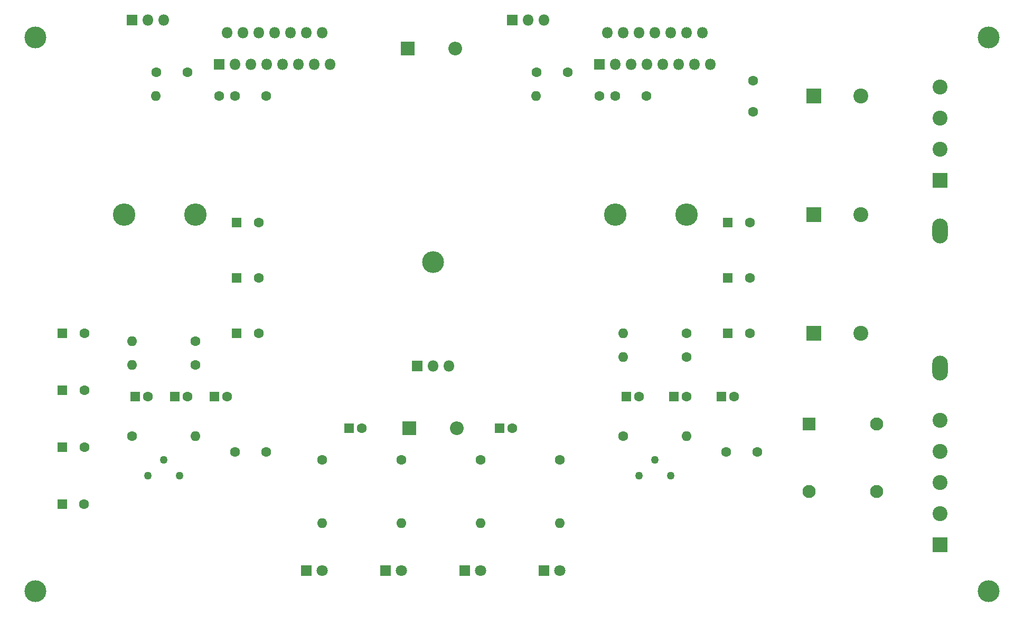
<source format=gbs>
G04 #@! TF.FileFunction,Soldermask,Bot*
%FSLAX46Y46*%
G04 Gerber Fmt 4.6, Leading zero omitted, Abs format (unit mm)*
G04 Created by KiCad (PCBNEW 4.0.7) date 10/02/17 10:26:58*
%MOMM*%
%LPD*%
G01*
G04 APERTURE LIST*
%ADD10C,0.100000*%
%ADD11O,2.500000X4.000000*%
%ADD12C,3.500000*%
%ADD13R,2.400000X2.400000*%
%ADD14C,2.400000*%
%ADD15C,1.600000*%
%ADD16R,1.600000X1.600000*%
%ADD17C,2.100000*%
%ADD18R,2.100000X2.100000*%
%ADD19R,2.200000X2.200000*%
%ADD20O,2.200000X2.200000*%
%ADD21C,3.600000*%
%ADD22O,1.600000X1.600000*%
%ADD23R,1.800000X1.800000*%
%ADD24O,1.800000X1.800000*%
%ADD25O,3.500000X3.500000*%
%ADD26C,1.800000*%
%ADD27C,1.260000*%
G04 APERTURE END LIST*
D10*
D11*
X215900000Y-82648000D03*
X215900000Y-104648000D03*
D12*
X70880000Y-51600000D03*
X223740000Y-51600000D03*
X223740000Y-140500000D03*
X70880000Y-140500000D03*
D13*
X195700000Y-99060000D03*
D14*
X203200000Y-99060000D03*
D13*
X195700000Y-80010000D03*
D14*
X203200000Y-80010000D03*
D13*
X195700000Y-60960000D03*
D14*
X203200000Y-60960000D03*
D15*
X185928000Y-63500000D03*
X185928000Y-58500000D03*
X156210000Y-57150000D03*
X151210000Y-57150000D03*
X168830000Y-60960000D03*
X163830000Y-60960000D03*
D16*
X180880000Y-109220000D03*
D15*
X182880000Y-109220000D03*
D16*
X173260000Y-109220000D03*
D15*
X175260000Y-109220000D03*
D16*
X165640000Y-109220000D03*
D15*
X167640000Y-109220000D03*
D16*
X181920000Y-99060000D03*
D15*
X185420000Y-99060000D03*
D16*
X181920000Y-90170000D03*
D15*
X185420000Y-90170000D03*
D16*
X181920000Y-81280000D03*
D15*
X185420000Y-81280000D03*
X186610000Y-118110000D03*
X181610000Y-118110000D03*
X95250000Y-57150000D03*
X90250000Y-57150000D03*
X107870000Y-60960000D03*
X102870000Y-60960000D03*
D16*
X99600000Y-109220000D03*
D15*
X101600000Y-109220000D03*
D16*
X93250000Y-109220000D03*
D15*
X95250000Y-109220000D03*
D16*
X86900000Y-109220000D03*
D15*
X88900000Y-109220000D03*
D16*
X103180000Y-81280000D03*
D15*
X106680000Y-81280000D03*
D16*
X103180000Y-90170000D03*
D15*
X106680000Y-90170000D03*
D16*
X103180000Y-99060000D03*
D15*
X106680000Y-99060000D03*
X107870000Y-118110000D03*
X102870000Y-118110000D03*
D16*
X121190000Y-114300000D03*
D15*
X123190000Y-114300000D03*
D16*
X145320000Y-114300000D03*
D15*
X147320000Y-114300000D03*
D17*
X205740000Y-124460000D03*
X205740000Y-113660000D03*
D18*
X194940000Y-113660000D03*
D17*
X194940000Y-124460000D03*
D19*
X130810000Y-114300000D03*
D20*
X138430000Y-114300000D03*
D21*
X175260000Y-80010000D03*
X163830000Y-80010000D03*
X96520000Y-80010000D03*
X85090000Y-80010000D03*
D15*
X116840000Y-119380000D03*
D22*
X116840000Y-129540000D03*
D15*
X161290000Y-60960000D03*
D22*
X151130000Y-60960000D03*
D15*
X175260000Y-99060000D03*
D22*
X165100000Y-99060000D03*
D15*
X175260000Y-102870000D03*
D22*
X165100000Y-102870000D03*
D15*
X165100000Y-115570000D03*
D22*
X175260000Y-115570000D03*
D15*
X129540000Y-119380000D03*
D22*
X129540000Y-129540000D03*
D15*
X100330000Y-60960000D03*
D22*
X90170000Y-60960000D03*
D15*
X96520000Y-100330000D03*
D22*
X86360000Y-100330000D03*
D15*
X96520000Y-104140000D03*
D22*
X86360000Y-104140000D03*
D15*
X86360000Y-115570000D03*
D22*
X96520000Y-115570000D03*
D15*
X154940000Y-119380000D03*
D22*
X154940000Y-129540000D03*
D15*
X142240000Y-119380000D03*
D22*
X142240000Y-129540000D03*
D23*
X147320000Y-48768000D03*
D24*
X149860000Y-48768000D03*
X152400000Y-48768000D03*
D23*
X161290000Y-55880000D03*
D24*
X162560000Y-50800000D03*
X163830000Y-55880000D03*
X165100000Y-50800000D03*
X166370000Y-55880000D03*
X167640000Y-50800000D03*
X168910000Y-55880000D03*
X170180000Y-50800000D03*
X171450000Y-55880000D03*
X172720000Y-50800000D03*
X173990000Y-55880000D03*
X175260000Y-50800000D03*
X176530000Y-55880000D03*
X177800000Y-50800000D03*
X179070000Y-55880000D03*
D23*
X86360000Y-48768000D03*
D24*
X88900000Y-48768000D03*
X91440000Y-48768000D03*
D23*
X100330000Y-55880000D03*
D24*
X101600000Y-50800000D03*
X102870000Y-55880000D03*
X104140000Y-50800000D03*
X105410000Y-55880000D03*
X106680000Y-50800000D03*
X107950000Y-55880000D03*
X109220000Y-50800000D03*
X110490000Y-55880000D03*
X111760000Y-50800000D03*
X113030000Y-55880000D03*
X114300000Y-50800000D03*
X115570000Y-55880000D03*
X116840000Y-50800000D03*
X118110000Y-55880000D03*
D25*
X134620000Y-87630000D03*
D23*
X132080000Y-104290000D03*
D24*
X134620000Y-104290000D03*
X137160000Y-104290000D03*
D23*
X114300000Y-137160000D03*
D26*
X116840000Y-137160000D03*
D23*
X127000000Y-137160000D03*
D26*
X129540000Y-137160000D03*
D23*
X152400000Y-137160000D03*
D26*
X154940000Y-137160000D03*
D23*
X139700000Y-137160000D03*
D26*
X142240000Y-137160000D03*
D13*
X215900000Y-74516000D03*
D14*
X215900000Y-69516000D03*
X215900000Y-64516000D03*
X215900000Y-59516000D03*
D13*
X215900000Y-133016000D03*
D14*
X215900000Y-128016000D03*
X215900000Y-123016000D03*
X215900000Y-118016000D03*
X215900000Y-113016000D03*
D16*
X75240000Y-99060000D03*
D15*
X78740000Y-99060000D03*
D16*
X75240000Y-108204000D03*
D15*
X78740000Y-108204000D03*
D16*
X75240000Y-117348000D03*
D15*
X78740000Y-117348000D03*
D16*
X75184000Y-126492000D03*
D15*
X78684000Y-126492000D03*
D19*
X130556000Y-53340000D03*
D20*
X138176000Y-53340000D03*
D27*
X172720000Y-121920000D03*
X170180000Y-119380000D03*
X167640000Y-121920000D03*
X93980000Y-121920000D03*
X91440000Y-119380000D03*
X88900000Y-121920000D03*
M02*

</source>
